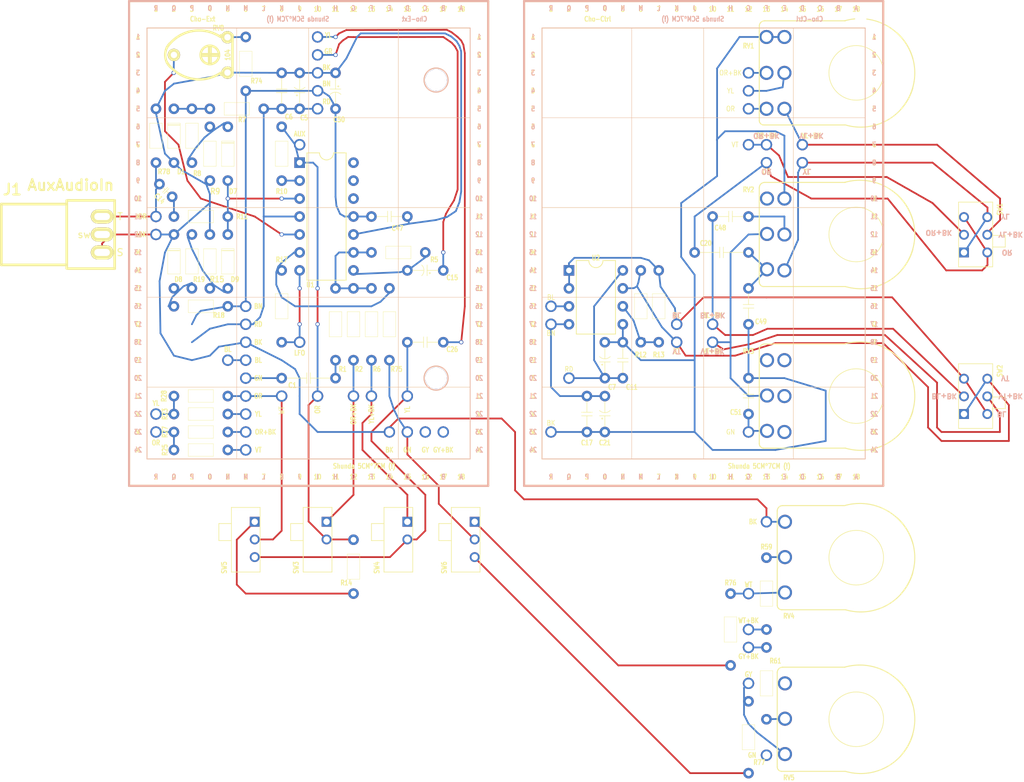
<source format=kicad_pcb>
(kicad_pcb (version 20221018) (generator pcbnew)
  (layers (0 "F.Cu" signal) (31 "B.Cu" signal) (34 "B.Paste" user) (35 "F.Paste" user) (36 "B.SilkS" user "B.Silkscreen") (37 "F.SilkS" user "F.Silkscreen") (38 "B.Mask" user) (39 "F.Mask" user) (44 "Edge.Cuts" user))
  (net 0 "")
  (net 1 "Net-(C1-Pad2)")
  (net 2 "Net-(C14-Pad2)")
  (net 3 "Net-(D1-Pad1)")
  (net 4 "Net-(D7-Pad2)")
  (net 5 "Net-(D7-Pad1)")
  (net 6 "Net-(D8-Pad2)")
  (net 7 "Net-(D9-Pad2)")
  (net 8 "Net-(R1-Pad1)")
  (net 9 "Net-(R10-Pad1)")
  (net 10 "Net-(R17-Pad2)")
  (net 11 "Net-(R59-Pad1)")
  (net 12 "Net-(R61-Pad1)")
  (net 13 "Net-(R76-Pad2)")
  (net 14 "Net-(R77-Pad1)")
  (net 15 "Net-(RV5-Pad1)")
  (net 16 "Net-(C14-Pad1)")
  (net 17 "Net-(C1-Pad1)")
  (net 18 "Net-(R59-Pad2)")
  (net 19 "Net-(R61-Pad2)")
  (net 20 "Net-(R76-Pad1)")
  (net 21 "Net-(R77-Pad2)")
  (net 22 "Net-(C20-Pad1)")
  (net 23 "Net-(C48-Pad2)")
  (net 24 "Net-(R12-Pad2)")
  (net 25 "Net-(RV3-Pad1)")
  (net 26 "Net-(RV2-Pad1)")
  (net 27 "/LPWet")
  (net 28 "/PreLP")
  (net 29 "/WetInv")
  (net 30 "/HPWet")
  (net 31 "/PreHP")
  (net 32 "Net-(C11-Pad1)")
  (net 33 "Net-(C11-Pad2)")
  (net 34 "Net-(C17-Pad1)")
  (net 35 "Net-(C51-Pad1)")
  (net 36 "Net-(C5-Pad1)")
  (net 37 "Net-(C15-Pad1)")
  (net 38 "Net-(C26-Pad1)")
  (net 39 "Net-(C26-Pad2)")
  (net 40 "Net-(C47-Pad1)")
  (net 41 "Net-(C47-Pad2)")
  (net 42 "Net-(J1-Pad2)")
  (net 43 "Net-(R23-Pad1)")
  (net 44 "Net-(R25-Pad1)")
  (net 45 "Net-(RV4-Pad1)")
  (net 46 "Net-(SW5-Pad2)")
  (net 47 "/1.6LFO")
  (net 48 "/Aux")
  (net 49 "/LFO")
  (net 50 "Net-(JLFO.1-Pad1)")
  (net 51 "/Dry")
  (net 52 "/DryRet")
  (net 53 "/-A")
  (net 54 "/+A")
  (net 55 "/GND")
  (net 56 "/Wet")
  (net 57 "/R")
  (net 58 "/L")
  (net 59 "Net-(R74-Pad1)")
  (net 60 "Net-(RV8-Pad2)")
  (net 61 "Net-(C15-Pad2)")
  (net 62 "Net-(R14-Pad1)")
  (net 63 "Net-(U1-Pad12)")
  (net 64 "Net-(U1-Pad13)")
  (net 65 "Net-(U1-Pad14)")
  (net 66 "Net-(RV1-Pad2)")
  (net 67 "Net-(RV1-Pad5)")
  (net 68 "Net-(RV1-Pad6)")
  (net 69 "Net-(U2-Pad3)")
  (net 70 "/2.1-A")
  (net 71 "/2.2+A")
  (net 72 "/2.3GND")
  (net 73 "Net-(J2.7-Pad1)")
  (net 74 "Net-(J2.8-Pad1)")
  (net 75 "Net-(J2.9-Pad1)")
  (net 76 "/2.4Wet")
  (net 77 "Net-(J2.4-Pad1)")
  (net 78 "/2.5FB")
  (net 79 "/2.6Dry")
  (net 80 "/2.7WetL")
  (net 81 "/2.8DryR")
  (net 82 "/2.9WetR")
  (net 83 "Net-(J1.11-Pad2)")
  (net 84 "Net-(J1.11-Pad1)")
  (net 85 "Net-(J1.12-Pad2)")
  (net 86 "Net-(J1.13-Pad2)")
  (net 87 "Net-(J1.13-Pad1)")
  (net 88 "Net-(J1.15-Pad2)")
  (net 89 "Net-(J1.15-Pad1)")
  (net 90 "Net-(J1.16-Pad2)")
  (net 91 "Net-(J1.16-Pad1)")
  (net 92 "Net-(J1.17-Pad2)")
  (net 93 "Net-(J1.17-Pad1)")
  (net 94 "Net-(J1.8-Pad2)")
  (net 95 "Net-(W2.1-Pad2)")
  (net 96 "Net-(W2.2-Pad2)")
  (net 97 "Net-(W2.3-Pad2)")
  (net 98 "Net-(W2.4-Pad2)")
  (net 99 "Net-(W2.5-Pad2)")
  (net 100 "Net-(W2.6-Pad2)")
  (net 101 "Net-(W2.7-Pad2)")
  (net 102 "Net-(W2.8-Pad2)")
  (net 103 "Net-(W2.9-Pad2)")
  (net 104 "Net-(R13-Pad1)")
  (net 105 "Net-(RV1-Pad3)")
  (net 106 "Net-(SW1-Pad1)")
  (net 107 "Net-(SW1-Pad2)")
  (net 108 "Net-(SW1-Pad3)")
  (net 109 "Net-(SW1-Pad5)")
  (net 110 "Net-(SW2-Pad1)")
  (net 111 "Net-(SW2-Pad2)")
  (net 112 "Net-(SW2-Pad3)")
  (net 113 "Net-(SW2-Pad5)")
  (net 114 "Net-(W.Pan.O1-Pad1)")
  (net 115 "Net-(J1.14-Pad2)")
  (net 116 "Net-(J1-Pad1)")
  (net 117 "/SquRet")
  (net 118 "/Squ")
  (net 119 "/Tri")
  (net 120 "/TriRet")
  (footprint "MyKi_TH_Capacitors:300Mil_TH_C" (layer "F.Cu") (at 106.68 71.12)
    (fp_text reference "C1")
    (fp_text value "0.1µ")
  )
  (footprint "MyKi_TH_Capacitors:200Mil_TH_C" (layer "F.Cu") (at 106.68 27.94 -90)
    (fp_text reference "C6")
    (fp_text value "0.1µ")
  )
  (footprint "MyKi_TH_Capacitors:200Mil_TH_CP" (layer "F.Cu") (at 129.54 55.88 180)
    (fp_text reference "C15")
    (fp_text value "10µ")
  )
  (footprint "MyKi_TH_Capacitors:200Mil_TH_C" (layer "F.Cu") (at 119.38 48.26)
    (fp_text reference "C47")
    (fp_text value "0.1µ")
  )
  (footprint "MyKi_TH_Diodes:300Mil_TH_Diode" (layer "F.Cu") (at 99.06 35.56 -90)
    (fp_text reference "D7")
    (fp_text value "1N4148")
  )
  (footprint "MyKi_TH_Diodes:300Mil_TH_Diode" (layer "F.Cu") (at 99.06 50.8 -90)
    (fp_text reference "D9")
    (fp_text value "1N4148")
  )
  (footprint "MyKi_TH_Resistors:300Mil_TH_Resistor" (layer "F.Cu") (at 119.38 53.34)
    (fp_text reference "R5")
    (fp_text value "22K")
  )
  (footprint "MyKi_TH_Resistors:300Mil_TH_Resistor" (layer "F.Cu") (at 93.98 33.02 -90)
    (fp_text reference "R8")
    (fp_text value "470")
  )
  (footprint "MyKi_TH_Resistors:300Mil_TH_Resistor" (layer "F.Cu") (at 96.52 43.18 90)
    (fp_text reference "R9")
    (fp_text value "470")
  )
  (footprint "MyKi_TH_Resistors:300Mil_TH_Resistor" (layer "F.Cu") (at 106.68 43.18 90)
    (fp_text reference "R10")
    (fp_text value "5.1K")
  )
  (footprint "MyKi_TH_Resistors:300Mil_TH_Resistor" (layer "F.Cu") (at 91.44 48.26)
    (fp_text reference "R11")
    (fp_text value "5.1K")
  )
  (footprint "MyKi_TH_Resistors:300Mil_TH_Resistor" (layer "F.Cu") (at 96.52 58.42 90)
    (fp_text reference "R15")
    (fp_text value "470")
  )
  (footprint "MyKi_TH_Resistors:400Mil_TH_Resistor" (layer "F.Cu") (at 106.68 66.04 90)
    (fp_text reference "R17")
    (fp_text value "1.5M")
  )
  (footprint "MyKi_TH_Resistors:300Mil_TH_Resistor" (layer "F.Cu") (at 91.44 60.96)
    (fp_text reference "R18")
    (fp_text value "1K")
  )
  (footprint "MyKi_TH_Resistors:300Mil_TH_Resistor" (layer "F.Cu") (at 93.98 58.42 90)
    (fp_text reference "R19")
    (fp_text value "470")
  )
  (footprint "MyKi_TH_Resistors:300Mil_TH_Resistor" (layer "F.Cu") (at 101.6 22.86 -90)
    (fp_text reference "R74")
    (fp_text value "1M")
  )
  (footprint "MyKi_TH_Capacitors:200Mil_TH_C" (layer "F.Cu") (at 154.94 71.12 90)
    (fp_text reference "C11")
    (fp_text value "0.1µ")
  )
  (footprint "MyKi_TH_Capacitors:200Mil_TH_C" (layer "F.Cu") (at 149.86 73.66 -90)
    (fp_text reference "C17")
    (fp_text value "0.1µ")
  )
  (footprint "MyKi_TH_Capacitors:200Mil_TH_CP_no3D" (layer "F.Cu") (at 152.4 78.74 90)
    (fp_text reference "C21")
    (fp_text value "1µ")
  )
  (footprint "MyKi_TH_Capacitors:200Mil_TH_C" (layer "F.Cu") (at 167.64 48.26)
    (fp_text reference "C48")
    (fp_text value "0.1µ")
  )
  (footprint "MyKi_TH_Capacitors:200Mil_TH_C" (layer "F.Cu") (at 172.72 58.42 -90)
    (fp_text reference "C49")
    (fp_text value "0.1µ")
  )
  (footprint "MyKi_TH_Capacitors:200Mil_TH_C" (layer "F.Cu") (at 172.72 76.2 90)
    (fp_text reference "C51")
    (fp_text value "0.1µ")
  )
  (footprint "MyKi_TH_Resistors:400Mil_TH_Resistor" (layer "F.Cu") (at 157.48 55.88 -90)
    (fp_text reference "R12")
    (fp_text value "47K")
  )
  (footprint "MyKi_TH_Resistors:400Mil_TH_Resistor" (layer "F.Cu") (at 160.02 55.88 -90)
    (fp_text reference "R13")
    (fp_text value "47K")
  )
  (footprint "MyKi_TH_IC:300Mil_DIP8" (layer "F.Cu") (at 147.32 55.88)
    (fp_text reference "U2")
    (fp_text value "NJM4556")
  )
  (footprint "MyKi_TH_Capacitors:200Mil_TH_CP_no3D" (layer "F.Cu") (at 152.4 71.12 90)
    (fp_text reference "C7")
    (fp_text value "1µ")
  )
  (footprint "MyKi_TH_Panel_Controls:400x500Mil_TH_Pot_reinfoced_FaceUp" (layer "F.Cu") (at 180.34 73.66)
    (fp_text reference "RV3")
    (fp_text value "B10K")
  )
  (footprint "MyKi_TH_Resistors:300Mil_TH_Resistor" (layer "F.Cu") (at 116.84 101.6 90)
    (fp_text reference "R14")
    (fp_text value "15K")
  )
  (footprint "MyKi_TH_Capacitors:200Mil_TH_CP" (layer "F.Cu") (at 114.3 27.94 -90)
    (fp_text reference "C50")
    (fp_text value "1µ")
  )
  (footprint "MyKi_TH_Capacitors:300Mil_TH_C_no3D" (layer "F.Cu") (at 172.72 53.34 180)
    (fp_text reference "C20")
    (fp_text value "1µ")
  )
  (footprint "MyKi_TH_Board_Features:perfboard_24x18_Shunda_misprint" (layer "F.Cu") (at 111.76 53.34)
    (fp_text reference "PCB1")
    (fp_text value "Shunda 5CM*7CM (!)")
  )
  (footprint "MyKi_TH_Panel_Controls:400x100Mil_TH_Pot_Dual_FaceUp_FlipGangs" (layer "F.Cu") (at 180.34 27.94)
    (fp_text reference "RV1")
    (fp_text value "DUAL_B250K")
  )
  (footprint "MyKi_TH_Panel_Controls:400x100Mil_TH_Pot_Dual_FaceUp" (layer "F.Cu") (at 180.34 50.8)
    (fp_text reference "RV2")
    (fp_text value "DUAL_B100K")
  )
  (footprint "MyKi_TH_Panel_Controls:TS_Jack_Switched_Generic" (layer "F.Cu") (at 76.2 50.8 -90)
    (fp_text reference "J1")
    (fp_text value "AuxAudioIn")
  )
  (footprint "MyKi_TH_IC:300Mil_DIP14" (layer "F.Cu") (at 109.22 40.64)
    (fp_text reference "U1")
    (fp_text value "TL084")
  )
  (footprint "MyKi_TH_Board_Features:perfboard_24x18_Shunda_misprint" (layer "F.Cu") (at 167.64 53.34)
    (fp_text reference "REF**")
    (fp_text value "Shunda 5CM*7CM (!)")
  )
  (footprint "MyKi_TH_Panel_Controls:TH_DPDT_Angled" (layer "F.Cu") (at 203.2 53.34 90)
    (fp_text reference "SW1")
    (fp_text value "ChoFilterPan")
  )
  (footprint "MyKi_TH_Panel_Controls:TH_DPDT_Angled" (layer "F.Cu") (at 203.2 76.2 90)
    (fp_text reference "SW2")
    (fp_text value "ChoFbInv")
  )
  (footprint "MyKi_TH_Resistors:400Mil_TH_Resistor" (layer "F.Cu") (at 121.92 68.58 90)
    (fp_text reference "R75")
    (fp_text value "1M")
  )
  (footprint "MyKi_TH_Resistors:300Mil_TH_Resistor" (layer "F.Cu") (at 96.52 33.02)
    (fp_text reference "R7")
    (fp_text value "1K")
  )
  (footprint "MyKi_TH_Panel_Controls:TH_SPDT_Angled" (layer "F.Cu") (at 133.985 91.44 -90)
    (fp_text reference "SW6")
    (fp_text value "LFO2 Sel")
  )
  (footprint "MyKi_TH_Panel_Controls:400Mil_TH_Pot_FaceUp" (layer "F.Cu") (at 180.34 96.52)
    (fp_text reference "RV4")
    (fp_text value "B100K")
  )
  (footprint "MyKi_TH_Panel_Controls:400Mil_TH_Pot_FaceUp" (layer "F.Cu") (at 180.34 119.38)
    (fp_text reference "RV5")
    (fp_text value "B1M")
  )
  (footprint "MyKi_TH_Panel_Controls:trimmer_extended_wiper" (layer "F.Cu") (at 96.52 25.4 -90)
    (fp_text reference "RV8")
    (fp_text value "104")
  )
  (footprint "MyKi_TH_Diodes:300Mil_TH_Diode" (layer "F.Cu") (at 91.44 33.02 -90)
    (fp_text reference "D1")
    (fp_text value "2v2")
  )
  (footprint "MyKi_TH_Diodes:300Mil_TH_Diode" (layer "F.Cu") (at 91.44 50.8 -90)
    (fp_text reference "D8")
    (fp_text value "2v2")
  )
  (footprint "MyKi_TH_Capacitors:200Mil_TH_CP" (layer "F.Cu") (at 109.22 33.02 90)
    (fp_text reference "C5")
    (fp_text value "1µ")
  )
  (footprint "MyKi_TH_Resistors:400Mil_TH_Resistor" (layer "F.Cu") (at 114.3 58.42 -90)
    (fp_text reference "R1")
    (fp_text value "22K")
  )
  (footprint "MyKi_TH_Resistors:400Mil_TH_Resistor" (layer "F.Cu") (at 116.84 58.42 -90)
    (fp_text reference "R2")
    (fp_text value "33K")
  )
  (footprint "MyKi_TH_Resistors:400Mil_TH_Resistor" (layer "F.Cu") (at 119.38 58.42 -90)
    (fp_text reference "R6")
    (fp_text value "22K")
  )
  (footprint "MyKi_TH_Resistors:300Mil_TH_Resistor" (layer "F.Cu") (at 91.44 76.2)
    (fp_text reference "R23")
    (fp_text value "18K")
  )
  (footprint "MyKi_TH_Resistors:300Mil_TH_Resistor" (layer "F.Cu") (at 91.44 81.28)
    (fp_text reference "R25")
    (fp_text value "18K")
  )
  (footprint "MyKi_TH_Resistors:300Mil_TH_Resistor" (layer "F.Cu") (at 91.44 78.74)
    (fp_text reference "R27")
    (fp_text value "33K")
  )
  (footprint "MyKi_TH_Resistors:300Mil_TH_Resistor" (layer "F.Cu") (at 91.44 73.66)
    (fp_text reference "R28")
    (fp_text value "33K")
  )
  (footprint "MyKi_TH_Connectors:Conn_Female_Dupont-1_Val" (layer "F.Cu") (at 106.68 73.66)
    (fp_text reference "J1.11" hide)
    (fp_text value "WT")
  )
  (footprint "MyKi_TH_Connectors:TH_Wire_Val" (layer "F.Cu") (at 144.78 63.5)
    (fp_text reference "W2.1" hide)
    (fp_text value "BN")
  )
  (footprint "MyKi_TH_Connectors:TH_Wire_Val" (layer "F.Cu") (at 147.32 71.12)
    (fp_text reference "W2.2" hide)
    (fp_text value "RD")
  )
  (footprint "MyKi_TH_Connectors:TH_Wire_Val" (layer "F.Cu") (at 144.78 78.74)
    (fp_text reference "W2.3" hide)
    (fp_text value "BK")
  )
  (footprint "MyKi_TH_Connectors:TH_Wire_Val" (layer "F.Cu") (at 144.78 60.96)
    (fp_text reference "W2.4" hide)
    (fp_text value "BL")
  )
  (footprint "MyKi_TH_Connectors:TH_Wire_Val" (layer "F.Cu") (at 172.72 78.74)
    (fp_text reference "W2.5" hide)
    (fp_text value "GN")
  )
  (footprint "MyKi_TH_Connectors:TH_Wire_Val" (layer "F.Cu") (at 172.72 33.02)
    (fp_text reference "W2.6" hide)
    (fp_text value "OR")
  )
  (footprint "MyKi_TH_Connectors:TH_Wire_Val" (layer "F.Cu") (at 172.72 30.48)
    (fp_text reference "W2.7" hide)
    (fp_text value "YL")
  )
  (footprint "MyKi_TH_Connectors:TH_Wire_Val" (layer "F.Cu") (at 172.72 27.94)
    (fp_text reference "W2.8" hide)
    (fp_text value "OR+BK")
  )
  (footprint "MyKi_TH_Connectors:TH_Wire_Val" (layer "F.Cu") (at 172.72 38.1)
    (fp_text reference "W2.9" hide)
    (fp_text value "VT")
  )
  (footprint "MyKi_TH_Connectors:TH_Wire" (layer "F.Cu") (at 162.56 66.04)
    (fp_text reference "W.Inv.I1" hide)
    (fp_text value "VT")
  )
  (footprint "MyKi_TH_Connectors:TH_Wire" (layer "F.Cu") (at 162.56 63.5)
    (fp_text reference "W.Inv.I2" hide)
    (fp_text value "BL")
  )
  (footprint "MyKi_TH_Connectors:TH_Wire" (layer "F.Cu") (at 167.64 63.5)
    (fp_text reference "W.Inv.O1" hide)
    (fp_text value "BL+BK")
  )
  (footprint "MyKi_TH_Connectors:TH_Wire" (layer "F.Cu") (at 167.64 66.04)
    (fp_text reference "W.Inv.O2" hide)
    (fp_text value "VT+BK")
  )
  (footprint "MyKi_TH_Connectors:TH_Wire" (layer "F.Cu") (at 180.34 40.64)
    (fp_text reference "W.Pan.I1" hide)
    (fp_text value "YL")
  )
  (footprint "MyKi_TH_Connectors:TH_Wire" (layer "F.Cu") (at 175.26 40.64)
    (fp_text reference "W.Pan.I2" hide)
    (fp_text value "OR")
  )
  (footprint "MyKi_TH_Connectors:TH_Wire" (layer "F.Cu") (at 175.26 38.1)
    (fp_text reference "W.Pan.O1" hide)
    (fp_text value "OR+BK")
  )
  (footprint "MyKi_TH_Connectors:TH_Wire" (layer "F.Cu") (at 180.34 38.1)
    (fp_text reference "W.Pan.O2" hide)
    (fp_text value "YL+BK")
  )
  (footprint "MyKi_TH_Connectors:Conn_Female_Dupont-1" (layer "F.Cu") (at 124.46 73.66)
    (fp_text reference "J1.14" hide)
    (fp_text value "YL")
  )
  (footprint "MyKi_TH_Resistors:300Mil_TH_Resistor" (layer "F.Cu") (at 88.9 40.64 90)
    (fp_text reference "R78")
    (fp_text value "470K")
  )
  (footprint "MyKi_TH_Connectors:Conn_Female_Dupont-1" (layer "F.Cu") (at 129.54 78.74)
    (fp_text reference "W1.1" hide)
    (fp_text value "GY+BK")
  )
  (footprint "MyKi_TH_Connectors:Conn_Female_Dupont-1" (layer "F.Cu") (at 127 78.74)
    (fp_text reference "W1.2" hide)
    (fp_text value "GY")
  )
  (footprint "MyKi_TH_Capacitors:100Mil_TH_C" (layer "F.Cu") (at 91.186 45.466 135)
    (fp_text reference "C14")
    (fp_text value "2.2µ")
  )
  (footprint "MyKi_TH_Capacitors:200Mil_TH_C" (layer "F.Cu") (at 124.46 66.04)
    (fp_text reference "C26")
    (fp_text value "2.2µ")
  )
  (footprint "MyKi_TH_Panel_Controls:TH_SPST_Angled" (layer "F.Cu") (at 113.03 91.44 -90)
    (fp_text reference "SW3")
    (fp_text value "AuxToChorus")
  )
  (footprint "MyKi_TH_Panel_Controls:TH_SPST_Angled" (layer "F.Cu") (at 124.46 91.44 -90)
    (fp_text reference "SW4")
    (fp_text value "KorgToChorus")
  )
  (footprint "MyKi_TH_Panel_Controls:TH_SPDT_Angled" (layer "F.Cu") (at 102.87 91.44 -90)
    (fp_text reference "SW5")
    (fp_text value "DrySource")
  )
  (footprint "MyKi_TH_Connectors:Conn_Female_Dupont-1_Val" (layer "F.Cu") (at 111.76 73.66)
    (fp_text reference "J1.13" hide)
    (fp_text value "OR")
  )
  (footprint "MyKi_TH_Connectors:Conn_Female_Dupont-1_Val" (layer "F.Cu") (at 116.84 73.66 180)
    (fp_text reference "J1.15" hide)
    (fp_text value "OR+BK")
  )
  (footprint "MyKi_TH_Connectors:Conn_Female_Dupont-1_Val" (layer "F.Cu") (at 119.38 73.66 180)
    (fp_text reference "J1.16" hide)
    (fp_text value "YL+BK")
  )
  (footprint "MyKi_TH_Connectors:Conn_Female_Dupont-1_Val" (layer "F.Cu") (at 121.92 78.74)
    (fp_text reference "J1.12" hide)
    (fp_text value "BK")
  )
  (footprint "MyKi_TH_Connectors:Conn_Female_Dupont-1_Val" (layer "F.Cu") (at 124.46 78.74)
    (fp_text reference "J1.17" hide)
    (fp_text value "GN")
  )
  (footprint "MyKi_TH_Connectors:Conn_Female_Dupont-1_Val" (layer "F.Cu") (at 101.6 73.66)
    (fp_text reference "J2.6" hide)
    (fp_text value "OR")
  )
  (footprint "MyKi_TH_Connectors:Conn_Female_Dupont-1_Val" (layer "F.Cu") (at 101.6 76.2)
    (fp_text reference "J2.7" hide)
    (fp_text value "YL")
  )
  (footprint "MyKi_TH_Connectors:Conn_Female_Dupont-1_Val" (layer "F.Cu") (at 101.6 78.74)
    (fp_text reference "J2.8" hide)
    (fp_text value "OR+BK")
  )
  (footprint "MyKi_TH_Connectors:Conn_Female_Dupont-1_Val" (layer "F.Cu") (at 101.6 81.28)
    (fp_text reference "J2.9" hide)
    (fp_text value "VT")
  )
  (footprint "MyKi_TH_Connectors:Conn_Female_Dupont-1_Val" (layer "F.Cu") (at 101.6 68.58)
    (fp_text reference "J2.4" hide)
    (fp_text value "BL")
  )
  (footprint "MyKi_TH_Connectors:Conn_Female_Dupont-1_Val" (layer "F.Cu") (at 101.6 63.5)
    (fp_text reference "J2.2" hide)
    (fp_text value "RD")
  )
  (footprint "MyKi_TH_Connectors:Conn_Female_Dupont-1_Val" (layer "F.Cu") (at 101.6 66.04)
    (fp_text reference "J2.3" hide)
    (fp_text value "BK")
  )
  (footprint "MyKi_TH_Connectors:Conn_Female_Dupont-1_Val" (layer "F.Cu") (at 101.6 60.96)
    (fp_text reference "J2.1" hide)
    (fp_text value "BN")
  )
  (footprint "MyKi_TH_Connectors:Conn_Female_Dupont-1_Val" (layer "F.Cu") (at 101.6 71.12 180)
    (fp_text reference "J2.5" hide)
    (fp_text value "GN")
  )
  (footprint "MyKi_TH_Connectors:Conn_Female_Dupont-1_Val" (layer "F.Cu") (at 88.9 50.8)
    (fp_text reference "JAUX.1" hide)
    (fp_text value "BK")
  )
  (footprint "MyKi_TH_Connectors:Conn_Female_Dupont-1_Val" (layer "F.Cu") (at 88.9 48.26)
    (fp_text reference "JAUX.2" hide)
    (fp_text value "OR")
  )
  (footprint "MyKi_TH_Connectors:Conn_Female_Dupont-1_Val" (layer "F.Cu") (at 109.22 38.1)
    (fp_text reference "JAUX.3" hide)
    (fp_text value "AUX")
  )
  (footprint "MyKi_TH_Connectors:Conn_Female_Dupont-1_Val" (layer "F.Cu") (at 109.22 66.04)
    (fp_text reference "JLFO.1" hide)
    (fp_text value "LFO")
  )
  (footprint "MyKi_TH_Connectors:TH_Wire_Val" (layer "F.Cu") (at 111.76 22.86)
    (fp_text reference "W1" hide)
    (fp_text value "YL")
  )
  (footprint "MyKi_TH_Connectors:Conn_Female_Dupont-1_Val" (layer "F.Cu") (at 175.26 91.44)
    (fp_text reference "W1.5" hide)
    (fp_text value "BK")
  )
  (footprint "MyKi_TH_Connectors:Conn_Female_Dupont-1_Val" (layer "F.Cu") (at 175.26 124.46 180)
    (fp_text reference "W1.6" hide)
    (fp_text value "GN")
  )
  (footprint "MyKi_TH_Connectors:Conn_Female_Dupont-1_Val" (layer "F.Cu") (at 172.72 114.3)
    (fp_text reference "W1.7" hide)
    (fp_text value "GY")
  )
  (footprint "MyKi_TH_Connectors:Conn_Female_Dupont-1_Val" (layer "F.Cu") (at 172.72 109.22)
    (fp_text reference "W1.8" hide)
    (fp_text value "GY+BK")
  )
  (footprint "MyKi_TH_Connectors:Conn_Female_Dupont-1_Val" (layer "F.Cu") (at 172.72 101.6)
    (fp_text reference "W1.9" hide)
    (fp_text value "WT")
  )
  (footprint "MyKi_TH_Connectors:Conn_Female_Dupont-1_Val" (layer "F.Cu") (at 172.72 106.68)
    (fp_text reference "W1.10" hide)
    (fp_text value "WT+BK")
  )
  (footprint "MyKi_TH_Connectors:TH_Wire_Val" (layer "F.Cu") (at 111.76 25.4)
    (fp_text reference "W2" hide)
    (fp_text value "GR")
  )
  (footprint "MyKi_TH_Connectors:TH_Wire_Val" (layer "F.Cu") (at 111.76 30.48)
    (fp_text reference "W4" hide)
    (fp_text value "BN")
  )
  (footprint "MyKi_TH_Connectors:TH_Wire_Val" (layer "F.Cu") (at 111.76 33.02)
    (fp_text reference "W5" hide)
    (fp_text value "RD")
  )
  (footprint "MyKi_TH_Connectors:TH_Wire_Val" (layer "F.Cu") (at 111.76 27.94)
    (fp_text reference "W3" hide)
    (fp_text value "BK")
  )
  (footprint "MyKi_TH_Connectors:TH_Wire_Val" (layer "F.Cu") (at 99.06 68.58)
    (fp_text reference "W6" hide)
    (fp_text value "BL")
  )
  (footprint "MyKi_TH_Connectors:TH_Wire_Val" (layer "F.Cu") (at 88.9 78.74)
    (fp_text reference "W7" hide)
    (fp_text value "OR")
  )
  (footprint "MyKi_TH_Connectors:TH_Wire_Val" (layer "F.Cu") (at 88.9 76.2)
    (fp_text reference "W8" hide)
    (fp_text value "YL")
  )
  (footprint "MyKi_TH_Resistors:400Mil_TH_Resistor" (layer "F.Cu") (at 175.26 96.52 -90)
    (fp_text reference "R59")
    (fp_text value "10K")
  )
  (footprint "MyKi_TH_Resistors:400Mil_TH_Resistor" (layer "F.Cu") (at 175.26 119.38 90)
    (fp_text reference "R61")
    (fp_text value "4.7K")
  )
  (footprint "MyKi_TH_Resistors:400Mil_TH_Resistor" (layer "F.Cu") (at 170.18 101.6 -90)
    (fp_text reference "R76")
    (fp_text value "220K")
  )
  (footprint "MyKi_TH_Resistors:400Mil_TH_Resistor" (layer "F.Cu") (at 172.72 127 90)
    (fp_text reference "R77")
    (fp_text value "1.5M")
  )
  (footprint "MyKi_TH_Board_Features:3mm_DrillHole" (layer "F.Cu") (at 128.524 71.12)
    (fp_text reference "Drill2" hide)
    (fp_text value "3mm_DrillHole" hide)
  )
  (footprint "MyKi_TH_Board_Features:3mm_DrillHole" (layer "F.Cu") (at 128.524 28.956)
    (fp_text reference "Drill1" hide)
    (fp_text value "3mm_DrillHole" hide)
  )
  (gr_text "YL+BK" (at 209.804 50.8 180) (layer "B.SilkS") (effects (font (size 0.7 0.7) (thickness 0.175)) (justify mirror)))
  (gr_text "OR+BK" (at 199.644 50.546 180) (layer "B.SilkS") (effects (font (size 0.7 0.7) (thickness 0.175)) (justify mirror)))
  (gr_text "OR" (at 209.296 53.34 180) (layer "B.SilkS") (effects (font (size 0.7 0.7) (thickness 0.175)) (justify mirror)))
  (gr_text "VT" (at 209.042 71.12 180) (layer "B.SilkS") (effects (font (size 0.7 0.7) (thickness 0.175)) (justify mirror)))
  (gr_text "VT+BK" (at 209.804 73.66 180) (layer "B.SilkS") (effects (font (size 0.7 0.7) (thickness 0.175)) (justify mirror)))
  (gr_text "BL+BK" (at 200.406 73.66 180) (layer "B.SilkS") (effects (font (size 0.7 0.7) (thickness 0.175)) (justify mirror)))
  (gr_text "BL" (at 208.534 76.2 180) (layer "B.SilkS") (effects (font (size 0.7 0.7) (thickness 0.175)) (justify mirror)))
  (gr_text "OR" (at 175.26 41.91 180) (layer "B.SilkS") (effects (font (size 0.7 0.7) (thickness 0.175)) (justify mirror)))
  (gr_text "YL+BK" (at 181.61 36.83 180) (layer "B.SilkS") (effects (font (size 0.7 0.7) (thickness 0.175)) (justify mirror)))
  (gr_text "YL" (at 180.975 41.91 180) (layer "B.SilkS") (effects (font (size 0.7 0.7) (thickness 0.175)) (justify mirror)))
  (gr_text "VT+BK" (at 167.64 67.31 180) (layer "B.SilkS") (effects (font (size 0.7 0.7) (thickness 0.175)) (justify mirror)))
  (gr_text "BL+BK" (at 167.64 62.23 180) (layer "B.SilkS") (effects (font (size 0.7 0.7) (thickness 0.175)) (justify mirror)))
  (gr_text "VT" (at 162.56 67.31 180) (layer "B.SilkS") (effects (font (size 0.7 0.7) (thickness 0.175)) (justify mirror)))
  (gr_text "OR+BK" (at 175.26 36.83 180) (layer "B.SilkS") (effects (font (size 0.7 0.7) (thickness 0.175)) (justify mirror)))
  (gr_text "YL" (at 209.042 48.26 180) (layer "B.SilkS") (effects (font (size 0.7 0.7) (thickness 0.175)) (justify mirror)))
  (gr_text "BL" (at 162.56 62.23 180) (layer "B.SilkS") (effects (font (size 0.7 0.7) (thickness 0.175)) (justify mirror)))
  (segment (start 114.3 68.58) (end 114.3 71.12) (width 0.25) (layer "B.Cu") (net 1))
  (segment (start 88.9 48.26) (end 88.9 44.45) (width 0.25) (layer "B.Cu") (net 2))
  (segment (start 88.9 44.45) (end 89.389949 43.669949) (width 0.25) (layer "B.Cu") (net 2))
  (segment (start 88.9 40.64) (end 88.9 43.18) (width 0.25) (layer "B.Cu") (net 2))
  (segment (start 88.9 43.18) (end 89.389949 43.669949) (width 0.25) (layer "B.Cu") (net 2))
  (segment (start 91.44 33.02) (end 93.98 33.02) (width 0.25) (layer "B.Cu") (net 3))
  (segment (start 93.98 33.02) (end 96.52 33.02) (width 0.25) (layer "B.Cu") (net 3))
  (segment (start 99.06 45.72) (end 106.68 45.72) (width 0.25) (layer "F.Cu") (net 4))
  (via (at 99.06 45.72) (size 0.6) (drill 0.4) (layers "F.Cu" "B.Cu") (net 4))
  (via (at 106.68 45.72) (size 0.6) (drill 0.4) (layers "F.Cu" "B.Cu") (net 4))
  (segment (start 99.06 48.26) (end 99.06 50.8) (width 0.25) (layer "B.Cu") (net 4))
  (segment (start 99.06 43.18) (end 99.06 45.72) (width 0.25) (layer "B.Cu") (net 4))
  (segment (start 106.68 45.72) (end 109.22 45.72) (width 0.25) (layer "B.Cu") (net 4))
  (segment (start 99.06 45.72) (end 99.06 48.26) (width 0.25) (layer "B.Cu") (net 4))
  (segment (start 93.98 40.64) (end 93.472 40.132) (width 0.25) (layer "B.Cu") (net 5))
  (segment (start 93.472 40.132) (end 94.488 38.608) (width 0.25) (layer "B.Cu") (net 5))
  (segment (start 97.028 36.068) (end 98.552 35.052) (width 0.25) (layer "B.Cu") (net 5))
  (segment (start 98.552 35.052) (end 99.06 35.56) (width 0.25) (layer "B.Cu") (net 5))
  (segment (start 96.52 35.56) (end 97.028 36.068) (width 0.25) (layer "B.Cu") (net 5))
  (segment (start 94.488 38.608) (end 95.758 37.084) (width 0.25) (layer "B.Cu") (net 5))
  (segment (start 95.758 37.084) (end 97.028 36.068) (width 0.25) (layer "B.Cu") (net 5))
  (segment (start 91.44 60.96) (end 90.678 60.96) (width 0.25) (layer "B.Cu") (net 6))
  (segment (start 90.678 60.96) (end 91.186 59.69) (width 0.25) (layer "B.Cu") (net 6))
  (segment (start 91.948 58.928) (end 92.8116 58.1152) (width 0.25) (layer "B.Cu") (net 6))
  (segment (start 93.98 57.658) (end 93.98 58.42) (width 0.25) (layer "B.Cu") (net 6))
  (segment (start 91.44 58.42) (end 91.948 58.928) (width 0.25) (layer "B.Cu") (net 6))
  (segment (start 92.8116 58.1152) (end 93.98 57.658) (width 0.25) (layer "B.Cu") (net 6))
  (segment (start 91.186 59.69) (end 91.948 58.928) (width 0.25) (layer "B.Cu") (net 6))
  (segment (start 93.98 50.8) (end 93.396928 51.198025) (width 0.25) (layer "B.Cu") (net 7))
  (segment (start 93.396928 51.198025) (end 93.98 52.832) (width 0.25) (layer "B.Cu") (net 7))
  (segment (start 97.025526 57.915477) (end 98.552043 58.928043) (width 0.25) (layer "B.Cu") (net 7))
  (segment (start 98.552043 58.928043) (end 99.06 58.42) (width 0.25) (layer "B.Cu") (net 7))
  (segment (start 97.025526 57.915477) (end 96.52 58.42) (width 0.25) (layer "B.Cu") (net 7))
  (segment (start 93.98 52.832) (end 95.504 55.88) (width 0.25) (layer "B.Cu") (net 7))
  (segment (start 95.504 55.88) (end 97.025526 57.915477) (width 0.25) (layer "B.Cu") (net 7))
  (segment (start 119.38 53.34) (end 116.84 53.34) (width 0.25) (layer "B.Cu") (net 8))
  (segment (start 116.84 53.34) (end 114.8 53.34) (width 0.25) (layer "B.Cu") (net 8))
  (segment (start 114.3 53.84) (end 114.3 57.92) (width 0.25) (layer "B.Cu") (net 8))
  (segment (start 114.8 53.34) (end 114.3 53.84) (width 0.25) (layer "B.Cu") (net 8))
  (segment (start 114.8 58.42) (end 116.84 58.42) (width 0.25) (layer "B.Cu") (net 8))
  (segment (start 114.3 57.92) (end 114.8 58.42) (width 0.25) (layer "B.Cu") (net 8))
  (segment (start 116.84 58.42) (end 119.38 58.42) (width 0.25) (layer "B.Cu") (net 8))
  (segment (start 106.68 43.18) (end 109.22 43.18) (width 0.25) (layer "B.Cu") (net 9))
  (segment (start 109.22 53.34) (end 108.458 53.34) (width 0.25) (layer "B.Cu") (net 10))
  (segment (start 105.918 57.912) (end 106.68 59.69) (width 0.25) (layer "B.Cu") (net 10))
  (segment (start 106.68 59.69) (end 108.585 60.96) (width 0.25) (layer "B.Cu") (net 10))
  (segment (start 108.585 60.96) (end 119.38 60.96) (width 0.25) (layer "B.Cu") (net 10))
  (segment (start 119.38 60.96) (end 120.65 60.325) (width 0.25) (layer "B.Cu") (net 10))
  (segment (start 120.65 60.325) (end 121.92 59.055) (width 0.25) (layer "B.Cu") (net 10))
  (segment (start 121.92 59.055) (end 122.555 58.42) (width 0.25) (layer "B.Cu") (net 10))
  (segment (start 108.458 53.34) (end 106.791842 54.664486) (width 0.25) (layer "B.Cu") (net 10))
  (segment (start 106.791842 54.664486) (end 106.20102 55.341543) (width 0.25) (layer "B.Cu") (net 10))
  (segment (start 105.918 56.134) (end 105.918 57.912) (width 0.25) (layer "B.Cu") (net 10))
  (segment (start 106.20102 55.341543) (end 105.918 56.134) (width 0.25) (layer "B.Cu") (net 10))
  (segment (start 106.68 55.88) (end 106.20102 55.341543) (width 0.25) (layer "B.Cu") (net 10))
  (segment (start 175.33874 96.44126) (end 175.26 96.52) (width 0.25) (layer "B.Cu") (net 11))
  (segment (start 177.87874 96.44126) (end 175.33874 96.44126) (width 0.25) (layer "B.Cu") (net 11))
  (segment (start 177.87874 119.30126) (end 175.26 119.38) (width 0.25) (layer "B.Cu") (net 12))
  (segment (start 154.305 111.76) (end 133.985 91.44) (width 0.25) (layer "F.Cu") (net 13))
  (segment (start 170.18 111.76) (end 154.305 111.76) (width 0.25) (layer "F.Cu") (net 13))
  (segment (start 164.465 127) (end 133.985 96.52) (width 0.25) (layer "F.Cu") (net 14))
  (segment (start 133.985 96.52) (end 133.985 96.44) (width 0.25) (layer "F.Cu") (net 14))
  (segment (start 172.72 127) (end 164.465 127) (width 0.25) (layer "F.Cu") (net 14))
  (segment (start 91.44 48.26) (end 91.44 45.72) (width 0.25) (layer "B.Cu") (net 16))
  (segment (start 91.44 45.72) (end 91.186 45.466) (width 0.25) (layer "B.Cu") (net 16))
  (segment (start 106.68 71.12) (end 101.6 71.12) (width 0.25) (layer "B.Cu") (net 17))
  (segment (start 175.26 106.68) (end 172.72 106.68) (width 0.25) (layer "B.Cu") (net 18))
  (segment (start 175.26 109.22) (end 172.72 109.22) (width 0.25) (layer "B.Cu") (net 19))
  (segment (start 177.87874 101.44252) (end 172.72 101.6) (width 0.25) (layer "B.Cu") (net 20))
  (segment (start 172.72 101.6) (end 170.18 101.6) (width 0.25) (layer "B.Cu") (net 20))
  (segment (start 177.87874 124.30252) (end 173.99 121.285) (width 0.25) (layer "B.Cu") (net 21))
  (segment (start 172.72 120.015) (end 172.085 118.745) (width 0.25) (layer "B.Cu") (net 21))
  (segment (start 172.085 118.745) (end 172.085 116.84) (width 0.25) (layer "B.Cu") (net 21))
  (segment (start 172.085 114.935) (end 172.085 116.84) (width 0.25) (layer "B.Cu") (net 21))
  (segment (start 172.085 114.935) (end 172.72 114.3) (width 0.25) (layer "B.Cu") (net 21))
  (segment (start 173.99 121.285) (end 172.72 120.015) (width 0.25) (layer "B.Cu") (net 21))
  (segment (start 175.20666 55.88) (end 175.36414 55.72252) (width 0.25) (layer "B.Cu") (net 22))
  (segment (start 175.33874 55.72252) (end 172.72 58.42) (width 0.25) (layer "B.Cu") (net 22))
  (segment (start 172.72 53.34) (end 175.33874 55.72252) (width 0.25) (layer "B.Cu") (net 22))
  (segment (start 175.36414 55.72252) (end 175.36414 55.80126) (width 0.25) (layer "B.Cu") (net 22))
  (segment (start 177.8 50.8) (end 177.8 48.26) (width 0.25) (layer "B.Cu") (net 23))
  (segment (start 177.8 48.26) (end 172.72 48.26) (width 0.25) (layer "B.Cu") (net 23))
  (segment (start 157.988 65.532) (end 157.48 66.04) (width 0.25) (layer "B.Cu") (net 24))
  (segment (start 154.94 60.96) (end 156.464 62.992) (width 0.25) (layer "B.Cu") (net 24))
  (segment (start 156.464 62.992) (end 157.48 66.04) (width 0.25) (layer "B.Cu") (net 24))
  (segment (start 157.48 66.04) (end 160.02 66.04) (width 0.25) (layer "B.Cu") (net 24))
  (segment (start 165.1 53.34) (end 165.1 48.26) (width 0.25) (layer "B.Cu") (net 27))
  (segment (start 165.1 48.26) (end 175.26 40.64) (width 0.25) (layer "B.Cu") (net 27))
  (segment (start 175.20666 73.58126) (end 175.36414 73.58126) (width 0.25) (layer "B.Cu") (net 28))
  (segment (start 175.2854 73.66) (end 175.36414 73.58126) (width 0.25) (layer "B.Cu") (net 28))
  (segment (start 175.2854 73.66) (end 175.36414 73.58126) (width 0.25) (layer "B.Cu") (net 28))
  (segment (start 175.33874 50.72126) (end 172.72 50.8) (width 0.25) (layer "B.Cu") (net 28))
  (segment (start 172.72 50.8) (end 170.18 53.34) (width 0.25) (layer "B.Cu") (net 28))
  (segment (start 170.18 53.34) (end 170.18 66.04) (width 0.25) (layer "B.Cu") (net 28))
  (segment (start 170.18 71.12) (end 172.72 73.66) (width 0.25) (layer "B.Cu") (net 28))
  (segment (start 172.72 73.66) (end 175.33874 73.58126) (width 0.25) (layer "B.Cu") (net 28))
  (segment (start 170.18 66.04) (end 170.18 71.12) (width 0.25) (layer "B.Cu") (net 28))
  (segment (start 175.36414 50.72126) (end 175.36414 50.87874) (width 0.25) (layer "B.Cu") (net 28))
  (segment (start 170.18 66.04) (end 167.64 66.04) (width 0.25) (layer "B.Cu") (net 28))
  (segment (start 154.94 58.42) (end 156.4894 58.3946) (width 0.25) (layer "B.Cu") (net 29))
  (segment (start 156.9466 58.1406) (end 156.9546 58.1406) (width 0.25) (layer "B.Cu") (net 29))
  (segment (start 156.9466 58.1406) (end 160.469758 63.901223) (width 0.25) (layer "B.Cu") (net 29))
  (segment (start 160.469758 63.901223) (end 162.56 66.04) (width 0.25) (layer "B.Cu") (net 29))
  (segment (start 156.9466 58.1406) (end 157.1498 57.531) (width 0.25) (layer "B.Cu") (net 29))
  (segment (start 156.4894 58.3946) (end 156.9466 58.1406) (width 0.25) (layer "B.Cu") (net 29))
  (segment (start 157.1498 57.531) (end 157.48 55.88) (width 0.25) (layer "B.Cu") (net 29))
  (segment (start 177.8 55.88) (end 179.7304 51.562) (width 0.25) (layer "B.Cu") (net 30))
  (segment (start 179.7304 51.562) (end 179.7304 42.037) (width 0.25) (layer "B.Cu") (net 30))
  (segment (start 179.7304 42.037) (end 180.3654 40.64) (width 0.25) (layer "B.Cu") (net 30))
  (segment (start 177.8 55.88) (end 177.8 55.88) (width 0.25) (layer "B.Cu") (net 30))
  (segment (start 167.64 48.26) (end 167.64 63.5) (width 0.25) (layer "B.Cu") (net 31))
  (segment (start 154.94 71.12) (end 152.4 71.12) (width 0.25) (layer "B.Cu") (net 32))
  (segment (start 152.4 71.12) (end 147.32 71.12) (width 0.25) (layer "B.Cu") (net 32))
  (segment (start 152.4 71.12) (end 150.876 68.58) (width 0.25) (layer "B.Cu") (net 32))
  (segment (start 150.876 68.58) (end 150.876 60.96) (width 0.25) (layer "B.Cu") (net 32))
  (segment (start 150.876 60.96) (end 154.94 55.88) (width 0.25) (layer "B.Cu") (net 32))
  (segment (start 154.94 55.88) (end 154.432 55.88) (width 0.25) (layer "B.Cu") (net 32))
  (segment (start 172.72 63.5) (end 172.72 71.12) (width 0.25) (layer "B.Cu") (net 33))
  (segment (start 172.72 71.12) (end 177.8 71.12) (width 0.25) (layer "B.Cu") (net 33))
  (segment (start 177.8 71.12) (end 183.642 72.898) (width 0.25) (layer "B.Cu") (net 33))
  (segment (start 183.642 72.898) (end 183.642 80.01) (width 0.25) (layer "B.Cu") (net 33))
  (segment (start 176.53 81.28) (end 167.64 81.28) (width 0.25) (layer "B.Cu") (net 33))
  (segment (start 183.642 80.01) (end 176.53 81.28) (width 0.25) (layer "B.Cu") (net 33))
  (segment (start 167.64 81.28) (end 165.1 78.74) (width 0.25) (layer "B.Cu") (net 33))
  (segment (start 149.86 78.74) (end 144.78 78.74) (width 0.25) (layer "B.Cu") (net 33))
  (segment (start 149.86 78.74) (end 152.4 78.74) (width 0.25) (layer "B.Cu") (net 33))
  (segment (start 154.94 63.5) (end 154.94 66.04) (width 0.25) (layer "B.Cu") (net 33))
  (segment (start 154.94 66.04) (end 152.4 66.04) (width 0.25) (layer "B.Cu") (net 33))
  (segment (start 165.1 68.58) (end 157.48 68.58) (width 0.25) (layer "B.Cu") (net 33))
  (segment (start 165.1 68.58) (end 165.1 56.515) (width 0.25) (layer "B.Cu") (net 33))
  (segment (start 165.1 56.515) (end 163.195 53.975) (width 0.25) (layer "B.Cu") (net 33))
  (segment (start 163.195 53.975) (end 163.195 46.355) (width 0.25) (layer "B.Cu") (net 33))
  (segment (start 169.41 36.195) (end 176.53 36.195) (width 0.25) (layer "B.Cu") (net 33))
  (segment (start 168.275 42.545) (end 168.275 37.465) (width 0.25) (layer "B.Cu") (net 33))
  (segment (start 176.53 36.195) (end 177.8 36.83) (width 0.25) (layer "B.Cu") (net 33))
  (segment (start 177.8 36.83) (end 177.8 45.72) (width 0.25) (layer "B.Cu") (net 33))
  (segment (start 168.275 37.33) (end 169.41 36.195) (width 0.25) (layer "B.Cu") (net 33))
  (segment (start 163.195 46.355) (end 168.275 42.545) (width 0.25) (layer "B.Cu") (net 33))
  (segment (start 168.275 37.465) (end 168.275 37.33) (width 0.25) (layer "B.Cu") (net 33))
  (segment (start 168.275 37.465) (end 168.275 27.305) (width 0.25) (layer "B.Cu") (net 33))
  (segment (start 168.275 27.305) (end 171.45 22.86) (width 0.25) (layer "B.Cu") (net 33))
  (segment (start 171.45 22.86) (end 175.26 22.86) (width 0.25) (layer "B.Cu") (net 33))
  (segment (start 157.48 68.58) (end 154.94 66.04) (width 0.25) (layer "B.Cu") (net 33))
  (segment (start 165.1 78.74) (end 165.1 68.58) (width 0.25) (layer "B.Cu") (net 33))
  (segment (start 165.1 78.74) (end 152.4 78.74) (width 0.25) (layer "B.Cu") (net 33))
  (segment (start 175.36414 22.86) (end 177.8 22.86) (width 0.25) (layer "B.Cu") (net 33))
  (segment (start 152.4 73.66) (end 149.86 73.66) (width 0.25) (layer "B.Cu") (net 34))
  (segment (start 144.78 63.5) (end 144.8054 63.5) (width 0.25) (layer "B.Cu") (net 34))
  (segment (start 144.78 63.5) (end 144.78 72.39) (width 0.25) (layer "B.Cu") (net 34))
  (segment (start 146.05 73.66) (end 149.86 73.66) (width 0.25) (layer "B.Cu") (net 34))
  (segment (start 144.78 72.39) (end 146.05 73.66) (width 0.25) (layer "B.Cu") (net 34))
  (segment (start 147.3454 63.5) (end 144.78 63.5) (width 0.25) (layer "B.Cu") (net 34))
  (segment (start 175.12792 78.58252) (end 175.36414 78.58252) (width 0.25) (layer "B.Cu") (net 35))
  (segment (start 172.72 78.74) (end 172.87748 78.58252) (width 0.25) (layer "B.Cu") (net 35))
  (segment (start 172.87748 78.58252) (end 175.33874 78.58252) (width 0.25) (layer "B.Cu") (net 35))
  (segment (start 172.72 76.2) (end 172.72 78.74) (width 0.25) (layer "B.Cu") (net 35))
  (segment (start 109.22 33.02) (end 106.68 33.02) (width 0.25) (layer "B.Cu") (net 36))
  (segment (start 111.76 33.02) (end 109.22 33.02) (width 0.25) (layer "B.Cu") (net 36))
  (segment (start 106.68 33.02) (end 104.14 33.02) (width 0.25) (layer "B.Cu") (net 36))
  (segment (start 104.14 60.96) (end 103.632 62.484) (width 0.25) (layer "B.Cu") (net 36))
  (segment (start 103.632 62.484) (end 102.616 63.5) (width 0.25) (layer "B.Cu") (net 36))
  (segment (start 102.616 63.5) (end 101.6 63.5) (width 0.25) (layer "B.Cu") (net 36))
  (segment (start 109.22 48.26) (end 104.14 48.26) (width 0.25) (layer "B.Cu") (net 36))
  (segment (start 104.14 48.26) (end 104.14 60.96) (width 0.25) (layer "B.Cu") (net 36))
  (segment (start 104.14 33.02) (end 104.14 48.26) (width 0.25) (layer "B.Cu") (net 36))
  (segment (start 101.6 63.5) (end 99.06 63.5) (width 0.25) (layer "B.Cu") (net 36))
  (segment (start 99.06 63.5) (end 96.52 64.135) (width 0.25) (layer "B.Cu") (net 36))
  (segment (start 96.52 64.135) (end 93.98 66.04) (width 0.25) (layer "B.Cu") (net 36))
  (segment (start 114.3 25.4) (end 114.808 23.876) (width 0.25) (layer "F.Cu") (net 37))
  (segment (start 114.808 23.876) (end 115.316 23.368) (width 0.25) (layer "F.Cu") (net 37))
  (segment (start 115.316 23.368) (end 116.078 22.86) (width 0.25) (layer "F.Cu") (net 37))
  (segment (start 116.078 22.86) (end 116.839329 22.878448) (width 0.25) (layer "F.Cu") (net 37))
  (segment (start 116.839329 22.878448) (end 129.540001 22.86071) (width 0.25) (layer "F.Cu") (net 37))
  (segment (start 129.540001 22.86071) (end 130.7465 23.6855) (width 0.25) (layer "F.Cu") (net 37))
  (segment (start 130.7465 23.6855) (end 131.191 24.1935) (width 0.25) (layer "F.Cu") (net 37))
  (segment (start 131.191 24.1935) (end 131.572 24.892) (width 0.25) (layer "F.Cu") (net 37))
  (segment (start 131.572 24.892) (end 131.572 44.45) (width 0.25) (layer "F.Cu") (net 37))
  (segment (start 131.572 44.45) (end 131.064 45.974) (width 0.25) (layer "F.Cu") (net 37))
  (segment (start 131.064 45.974) (end 130.429 46.99) (width 0.25) (layer "F.Cu") (net 37))
  (segment (start 130.429 46.99) (end 129.921 47.879) (width 0.25) (layer "F.Cu") (net 37))
  (segment (start 129.921 47.879) (end 129.54 49.022) (width 0.25) (layer "F.Cu") (net 37))
  (segment (start 129.54 49.022) (end 129.54 53.34) (width 0.25) (layer "F.Cu") (net 37))
  (via (at 129.54 53.34) (size 0.6) (drill 0.4) (layers "F.Cu" "B.Cu") (net 37))
  (via (at 114.3 25.4) (size 0.6) (drill 0.4) (layers "F.Cu" "B.Cu") (net 37))
  (segment (start 111.76 25.4) (end 114.3 25.4) (width 0.25) (layer "B.Cu") (net 37))
  (segment (start 129.54 53.34) (end 129.54 55.88) (width 0.25) (layer "B.Cu") (net 37))
  (segment (start 124.46 66.04) (end 124.46 73.66) (width 0.25) (layer "B.Cu") (net 38))
  (segment (start 115.826579 21.880102) (end 130.048 21.844) (width 0.25) (layer "F.Cu") (net 39))
  (segment (start 130.048 21.844) (end 130.692769 22.176154) (width 0.25) (layer "F.Cu") (net 39))
  (segment (start 130.692769 22.176154) (end 131.572 22.86) (width 0.25) (layer "F.Cu") (net 39))
  (segment (start 131.572 22.86) (end 132.08 23.368) (width 0.25) (layer "F.Cu") (net 39))
  (segment (start 132.08 23.368) (end 132.3848 23.9776) (width 0.25) (layer "F.Cu") (net 39))
  (segment (start 132.588 25.146) (end 132.588 60.96) (width 0.25) (layer "F.Cu") (net 39))
  (segment (start 132.08 66.04) (end 132.588 60.96) (width 0.25) (layer "F.Cu") (net 39))
  (segment (start 132.3848 23.9776) (end 132.588 25.146) (width 0.25) (layer "F.Cu") (net 39))
  (segment (start 132.08 66.04) (end 132.077012 66.053446) (width 0.25) (layer "F.Cu") (net 39))
  (segment (start 115.826579 21.880102) (end 114.808 22.352) (width 0.25) (layer "F.Cu") (net 39))
  (segment (start 114.808 22.352) (end 114.3 22.86) (width 0.25) (layer "F.Cu") (net 39))
  (via (at 132.08 66.04) (size 0.6) (drill 0.4) (layers "F.Cu" "B.Cu") (net 39))
  (via (at 114.3 22.86) (size 0.6) (drill 0.4) (layers "F.Cu" "B.Cu") (net 39))
  (segment (start 114.3 22.86) (end 111.76 22.86) (width 0.25) (layer "B.Cu") (net 39))
  (segment (start 132.08 66.04) (end 129.54 66.04) (width 0.25) (layer "B.Cu") (net 39))
  (segment (start 101.6 30.48) (end 109.22 30.48) (width 0.25) (layer "B.Cu") (net 40))
  (segment (start 109.22 30.48) (end 112.268 30.48) (width 0.25) (layer "B.Cu") (net 40))
  (segment (start 112.268 30.48) (end 113.411 31.242) (width 0.25) (layer "B.Cu") (net 40))
  (segment (start 113.411 31.242) (end 113.919 32.131) (width 0.25) (layer "B.Cu") (net 40))
  (segment (start 113.919 32.131) (end 114.3 33.02) (width 0.25) (layer "B.Cu") (net 40))
  (segment (start 116.84 48.26) (end 119.38 48.26) (width 0.25) (layer "B.Cu") (net 40))
  (segment (start 114.3 33.02) (end 114.3 45.466) (width 0.25) (layer "B.Cu") (net 40))
  (segment (start 114.935 47.879) (end 115.57 48.26) (width 0.25) (layer "B.Cu") (net 40))
  (segment (start 114.427 46.736) (end 114.935 47.879) (width 0.25) (layer "B.Cu") (net 40))
  (segment (start 101.6 30.48) (end 101.6 60.96) (width 0.25) (layer "B.Cu") (net 40))
  (segment (start 114.3 45.466) (end 114.427 46.736) (width 0.25) (layer "B.Cu") (net 40))
  (segment (start 115.57 48.26) (end 116.84 48.26) (width 0.25) (layer "B.Cu") (net 40))
  (segment (start 99.06 60.96) (end 101.6 60.96) (width 0.25) (layer "B.Cu") (net 40))
  (segment (start 99.06 60.96) (end 95.25 61.595) (width 0.25) (layer "B.Cu") (net 40))
  (segment (start 95.25 61.595) (end 94.615 62.23) (width 0.25) (layer "B.Cu") (net 40))
  (segment (start 94.615 62.23) (end 93.98 63.5) (width 0.25) (layer "B.Cu") (net 40))
  (segment (start 111.76 27.94) (end 109.22 27.94) (width 0.25) (layer "B.Cu") (net 41))
  (segment (start 91.44 40.64) (end 90.805 40.64) (width 0.25) (layer "B.Cu") (net 41))
  (segment (start 96.012 43.688) (end 96.52 45.085) (width 0.25) (layer "B.Cu") (net 41))
  (segment (start 96.52 43.18) (end 96.012 43.688) (width 0.25) (layer "B.Cu") (net 41))
  (segment (start 92.456 41.656) (end 96.012 43.688) (width 0.25) (layer "B.Cu") (net 41))
  (segment (start 96.52 45.085) (end 96.52 46.355) (width 0.25) (layer "B.Cu") (net 41))
  (segment (start 99.01936 27.89936) (end 106.68 27.931898) (width 0.25) (layer "B.Cu") (net 41))
  (segment (start 106.68 27.931898) (end 109.22 27.94) (width 0.25) (layer "B.Cu") (net 41))
  (segment (start 96.52 46.355) (end 96.52 50.8) (width 0.25) (layer "B.Cu") (net 41))
  (segment (start 96.52 46.355) (end 91.44 50.8) (width 0.25) (layer "B.Cu") (net 41))
  (segment (start 111.76 27.94) (end 114.3 27.94) (width 0.25) (layer "B.Cu") (net 41))
  (segment (start 106.68 68.58) (end 101.6 66.04) (width 0.25) (layer "B.Cu") (net 41))
  (segment (start 106.68 68.58) (end 108.585 69.85) (width 0.25) (layer "B.Cu") (net 41))
  (segment (start 109.22 71.12) (end 109.22 73.66) (width 0.25) (layer "B.Cu") (net 41))
  (segment (start 108.585 69.85) (end 109.22 71.12) (width 0.25) (layer "B.Cu") (net 41))
  (segment (start 114.3 27.94) (end 115.824 25.908) (width 0.25) (layer "B.Cu") (net 41))
  (segment (start 115.824 25.908) (end 116.84 23.876) (width 0.25) (layer "B.Cu") (net 41))
  (segment (start 116.84 23.876) (end 117.348 22.86) (width 0.25) (layer "B.Cu") (net 41))
  (segment (start 129.794 22.352) (end 130.654585 22.782893) (width 0.25) (layer "B.Cu") (net 41))
  (segment (start 130.654585 22.782893) (end 131.422588 23.457647) (width 0.25) (layer "B.Cu") (net 41))
  (segment (start 131.830259 24.128594) (end 132.076258 24.893204) (width 0.25) (layer "B.Cu") (net 41))
  (segment (start 132.076258 24.893204) (end 132.079431 44.706898) (width 0.25) (layer "B.Cu") (net 41))
  (segment (start 130.06594 48.325077) (end 128.521629 48.75081) (width 0.25) (layer "B.Cu") (net 41))
  (segment (start 124.714 49.276) (end 116.84 50.8) (width 0.25) (layer "B.Cu") (net 41))
  (segment (start 124.46 48.26) (end 124.714 49.276) (width 0.25) (layer "B.Cu") (net 41))
  (segment (start 117.348 22.86) (end 117.856 22.352) (width 0.25) (layer "B.Cu") (net 41))
  (segment (start 131.422588 23.457647) (end 131.830259 24.128594) (width 0.25) (layer "B.Cu") (net 41))
  (segment (start 128.521629 48.75081) (end 124.714 49.276) (width 0.25) (layer "B.Cu") (net 41))
  (segment (start 132.079431 44.706898) (end 131.826 46.228) (width 0.25) (layer "B.Cu") (net 41))
  (segment (start 131.826 46.228) (end 131.318 47.498) (width 0.25) (layer "B.Cu") (net 41))
  (segment (start 131.318 47.498) (end 130.06594 48.325077) (width 0.25) (layer "B.Cu") (net 41))
  (segment (start 117.856 22.352) (end 129.794 22.352) (width 0.25) (layer "B.Cu") (net 41))
  (segment (start 91.44 50.8) (end 90.17 53.34) (width 0.25) (layer "B.Cu") (net 41))
  (segment (start 99.01936 27.89936) (end 97.028 28.448) (width 0.25) (layer "B.Cu") (net 41))
  (segment (start 97.028 28.448) (end 91.44 29.464) (width 0.25) (layer "B.Cu") (net 41))
  (segment (start 91.44 29.464) (end 90.17 30.48) (width 0.25) (layer "B.Cu") (net 41))
  (segment (start 90.17 30.48) (end 89.281 32.258) (width 0.25) (layer "B.Cu") (net 41))
  (segment (start 89.281 32.258) (end 88.9 33.02) (width 0.25) (layer "B.Cu") (net 41))
  (segment (start 89.408 57.404) (end 89.535 64.77) (width 0.25) (layer "B.Cu") (net 41))
  (segment (start 89.535 64.77) (end 91.44 67.945) (width 0.25) (layer "B.Cu") (net 41))
  (segment (start 91.44 67.945) (end 93.98 68.58) (width 0.25) (layer "B.Cu") (net 41))
  (segment (start 97.79 66.675) (end 101.6 66.04) (width 0.25) (layer "B.Cu") (net 41))
  (segment (start 90.17 53.34) (end 89.408 57.404) (width 0.25) (layer "B.Cu") (net 41))
  (segment (start 88.9 33.02) (end 88.9 33.655) (width 0.25) (layer "B.Cu") (net 41))
  (segment (start 88.9 33.655) (end 90.17 39.37) (width 0.25) (layer "B.Cu") (net 41))
  (segment (start 90.17 39.37) (end 91.44 40.64) (width 0.25) (layer "B.Cu") (net 41))
  (segment (start 91.44 40.64) (end 92.456 41.656) (width 0.25) (layer "B.Cu") (net 41))
  (segment (start 88.9 50.8) (end 91.44 50.8) (width 0.25) (layer "B.Cu") (net 41))
  (segment (start 109.22 76.2) (end 111.76 78.74) (width 0.25) (layer "B.Cu") (net 41))
  (segment (start 111.76 78.74) (end 121.92 78.74) (width 0.25) (layer "B.Cu") (net 41))
  (segment (start 96.52 67.945) (end 97.79 66.675) (width 0.25) (layer "B.Cu") (net 41))
  (segment (start 93.98 68.58) (end 96.52 67.945) (width 0.25) (layer "B.Cu") (net 41))
  (segment (start 109.22 73.66) (end 109.22 76.2) (width 0.25) (layer "B.Cu") (net 41))
  (segment (start 88.9 50.8) (end 82.55 50.8) (width 0.25) (layer "F.Cu") (net 42))
  (segment (start 81.28 52.07) (end 81.28 53.34) (width 0.25) (layer "F.Cu") (net 42))
  (segment (start 82.55 50.8) (end 81.28 52.07) (width 0.25) (layer "F.Cu") (net 42))
  (segment (start 91.44 76.2) (end 91.44 73.66) (width 0.25) (layer "B.Cu") (net 43))
  (segment (start 91.44 76.2) (end 88.9 76.2) (width 0.25) (layer "B.Cu") (net 43))
  (segment (start 91.44 78.74) (end 91.44 81.28) (width 0.25) (layer "B.Cu") (net 44))
  (segment (start 91.44 78.74) (end 88.9 78.74) (width 0.25) (layer "B.Cu") (net 44))
  (segment (start 177.87874 91.44) (end 175.26 91.44) (width 0.25) (layer "B.Cu") (net 45))
  (segment (start 109.22 58.42) (end 109.22 63.5) (width 0.25) (layer "F.Cu") (net 50))
  (via (at 109.22 63.5) (size 0.6) (drill 0.4) (layers "F.Cu" "B.Cu") (net 50))
  (via (at 109.22 58.42) (size 0.6) (drill 0.4) (layers "F.Cu" "B.Cu") (net 50))
  (segment (start 109.22 55.88) (end 109.22 58.42) (width 0.25) (layer "B.Cu") (net 50))
  (segment (start 109.22 63.5) (end 109.22 66.04) (width 0.25) (layer "B.Cu") (net 50))
  (segment (start 109.22 66.04) (end 106.68 66.04) (width 0.25) (layer "B.Cu") (net 50))
  (segment (start 99.01936 22.90064) (end 101.6 22.86) (width 0.25) (layer "B.Cu") (net 59))
  (segment (start 91.39937 27.93935) (end 90.17 29.21) (width 0.25) (layer "F.Cu") (net 60))
  (segment (start 90.17 29.21) (end 90.17 36.195) (width 0.25) (layer "F.Cu") (net 60))
  (segment (start 90.17 36.195) (end 92.075 38.1) (width 0.25) (layer "F.Cu") (net 60))
  (segment (start 92.075 38.1) (end 93.345 43.18) (width 0.25) (layer "F.Cu") (net 60))
  (segment (start 93.345 43.18) (end 95.25 45.72) (width 0.25) (layer "F.Cu") (net 60))
  (segment (start 95.25 45.72) (end 102.87 48.26) (width 0.25) (layer "F.Cu") (net 60))
  (segment (start 102.87 48.26) (end 106.68 50.8) (width 0.25) (layer "F.Cu") (net 60))
  (via (at 91.39937 27.93935) (size 0.6) (drill 0.4) (layers "F.Cu" "B.Cu") (net 60))
  (via (at 106.68 50.8) (size 0.6) (drill 0.4) (layers "F.Cu" "B.Cu") (net 60))
  (segment (start 106.68 50.8) (end 109.22 50.8) (width 0.25) (layer "B.Cu") (net 60))
  (segment (start 91.44001 25.39935) (end 91.39937 27.93935) (width 0.25) (layer "B.Cu") (net 60))
  (segment (start 116.84 55.88) (end 117.348 56.388) (width 0.25) (layer "B.Cu") (net 61))
  (segment (start 117.348 56.388) (end 123.444 56.134) (width 0.25) (layer "B.Cu") (net 61))
  (segment (start 123.444 56.134) (end 124.46 55.88) (width 0.25) (layer "B.Cu") (net 61))
  (segment (start 124.46 55.88) (end 125.046154 55.489231) (width 0.25) (layer "B.Cu") (net 61))
  (segment (start 125.046154 55.489231) (end 127.254 53.848) (width 0.25) (layer "B.Cu") (net 61))
  (segment (start 127.254 53.848) (end 127 53.34) (width 0.25) (layer "B.Cu") (net 61))
  (segment (start 101.6 101.6) (end 100.33 100.33) (width 0.25) (layer "F.Cu") (net 62))
  (segment (start 100.33 100.33) (end 100.33 93.98) (width 0.25) (layer "F.Cu") (net 62))
  (segment (start 100.33 93.98) (end 102.87 91.44) (width 0.25) (layer "F.Cu") (net 62))
  (segment (start 116.84 101.6) (end 101.6 101.6) (width 0.25) (layer "F.Cu") (net 62))
  (segment (start 177.546 29.972) (end 175.26 30.48) (width 0.25) (layer "B.Cu") (net 66))
  (segment (start 175.26 30.48) (end 172.7454 30.48) (width 0.25) (layer "B.Cu") (net 66))
  (segment (start 177.8 27.94) (end 177.546 29.972) (width 0.25) (layer "B.Cu") (net 66))
  (segment (start 175.2854 27.94) (end 172.7454 27.94) (width 0.25) (layer "B.Cu") (net 67))
  (segment (start 175.2854 33.02) (end 172.7454 33.02) (width 0.25) (layer "B.Cu") (net 68))
  (segment (start 147.3454 60.96) (end 144.8054 60.96) (width 0.25) (layer "B.Cu") (net 69))
  (segment (start 99.06 76.2) (end 101.6 76.2) (width 0.25) (layer "B.Cu") (net 73))
  (segment (start 99.06 78.74) (end 101.6 78.74) (width 0.25) (layer "B.Cu") (net 74))
  (segment (start 99.06 81.28) (end 101.6 81.28) (width 0.25) (layer "B.Cu") (net 75))
  (segment (start 99.06 68.58) (end 101.6 68.58) (width 0.25) (layer "B.Cu") (net 77))
  (segment (start 105.45 93.94) (end 106.68 92.71) (width 0.25) (layer "F.Cu") (net 83))
  (segment (start 106.68 92.71) (end 106.68 73.66) (width 0.25) (layer "F.Cu") (net 83))
  (segment (start 102.87 93.94) (end 105.45 93.94) (width 0.25) (layer "F.Cu") (net 83))
  (segment (start 99.06 73.66) (end 101.6 73.66) (width 0.25) (layer "B.Cu") (net 84))
  (segment (start 101.6 73.66) (end 106.68 73.66) (width 0.25) (layer "B.Cu") (net 84))
  (segment (start 175.26 89.535) (end 173.99 88.265) (width 0.25) (layer "F.Cu") (net 85))
  (segment (start 173.99 88.265) (end 140.97 88.265) (width 0.25) (layer "F.Cu") (net 85))
  (segment (start 140.97 88.265) (end 139.7 86.995) (width 0.25) (layer "F.Cu") (net 85))
  (segment (start 121.92 78.105) (end 123.19 76.835) (width 0.25) (layer "F.Cu") (net 85))
  (segment (start 123.19 76.835) (end 137.795 76.835) (width 0.25) (layer "F.Cu") (net 85))
  (segment (start 137.795 76.835) (end 139.7 78.74) (width 0.25) (layer "F.Cu") (net 85))
  (segment (start 139.7 78.74) (end 139.7 86.995) (width 0.25) (layer "F.Cu") (net 85))
  (segment (start 121.92 78.74) (end 121.92 78.105) (width 0.25) (layer "F.Cu") (net 85))
  (segment (start 175.26 91.44) (end 175.26 89.535) (width 0.25) (layer "F.Cu") (net 85))
  (segment (start 110.49 74.93) (end 110.49 91.4) (width 0.25) (layer "F.Cu") (net 86))
  (segment (start 110.49 91.4) (end 113.03 93.94) (width 0.25) (layer "F.Cu") (net 86))
  (segment (start 116.8 93.94) (end 116.84 93.98) (width 0.25) (layer "F.Cu") (net 86))
  (segment (start 111.76 73.66) (end 110.49 74.93) (width 0.25) (layer "F.Cu") (net 86))
  (segment (start 113.03 93.94) (end 116.8 93.94) (width 0.25) (layer "F.Cu") (net 86))
  (segment (start 111.76 58.42) (end 111.76 63.5) (width 0.25) (layer "F.Cu") (net 87))
  (via (at 111.76 58.42) (size 0.6) (drill 0.4) (layers "F.Cu" "B.Cu") (net 87))
  (via (at 111.76 63.5) (size 0.6) (drill 0.4) (layers "F.Cu" "B.Cu") (net 87))
  (segment (start 109.22 40.64) (end 108.585 38.1) (width 0.25) (layer "B.Cu") (net 87))
  (segment (start 108.585 38.1) (end 106.68 35.56) (width 0.25) (layer "B.Cu") (net 87))
  (segment (start 109.22 40.64) (end 111.125 40.64) (width 0.25) (layer "B.Cu") (net 87))
  (segment (start 111.125 40.64) (end 111.76 41.275) (width 0.25) (layer "B.Cu") (net 87))
  (segment (start 111.76 41.275) (end 111.76 58.42) (width 0.25) (layer "B.Cu") (net 87))
  (segment (start 111.76 63.5) (end 111.76 73.66) (width 0.25) (layer "B.Cu") (net 87))
  (segment (start 116.84 87.63) (end 113.03 91.44) (width 0.25) (layer "F.Cu") (net 88))
  (segment (start 116.84 73.66) (end 116.84 87.63) (width 0.25) (layer "F.Cu") (net 88))
  (segment (start 116.84 68.58) (end 116.84 73.66) (width 0.25) (layer "B.Cu") (net 89))
  (segment (start 119.38 76.2) (end 118.11 77.47) (width 0.25) (layer "F.Cu") (net 90))
  (segment (start 118.11 77.47) (end 118.11 81.28) (width 0.25) (layer "F.Cu") (net 90))
  (segment (start 118.11 81.28) (end 124.46 87.63) (width 0.25) (layer "F.Cu") (net 90))
  (segment (start 124.46 87.63) (end 124.46 91.44) (width 0.25) (layer "F.Cu") (net 90))
  (segment (start 119.38 73.66) (end 119.38 76.2) (width 0.25) (layer "F.Cu") (net 90))
  (segment (start 119.38 68.58) (end 119.38 73.66) (width 0.25) (layer "B.Cu") (net 91))
  (segment (start 133.945 93.94) (end 128.905 88.9) (width 0.25) (layer "F.Cu") (net 92))
  (segment (start 128.905 88.9) (end 128.905 86.36) (width 0.25) (layer "F.Cu") (net 92))
  (segment (start 128.905 86.36) (end 124.46 81.915) (width 0.25) (layer "F.Cu") (net 92))
  (segment (start 124.46 81.915) (end 124.46 78.74) (width 0.25) (layer "F.Cu") (net 92))
  (segment (start 133.985 93.94) (end 133.945 93.94) (width 0.25) (layer "F.Cu") (net 92))
  (segment (start 121.92 73.66) (end 122.555 75.565) (width 0.25) (layer "B.Cu") (net 93))
  (segment (start 122.555 75.565) (end 123.19 76.835) (width 0.25) (layer "B.Cu") (net 93))
  (segment (start 123.19 76.835) (end 124.46 78.74) (width 0.25) (layer "B.Cu") (net 93))
  (segment (start 121.92 68.58) (end 121.92 73.66) (width 0.25) (layer "B.Cu") (net 93))
  (segment (start 147.32 54.864) (end 148.082 54.102) (width 0.25) (layer "B.Cu") (net 104))
  (segment (start 148.082 54.102) (end 157.48 54.102) (width 0.25) (layer "B.Cu") (net 104))
  (segment (start 157.48 54.102) (end 158.649546 54.452436) (width 0.25) (layer "B.Cu") (net 104))
  (segment (start 162.306 61.214) (end 162.56 63.5) (width 0.25) (layer "B.Cu") (net 104))
  (segment (start 158.649546 54.452436) (end 160.02 55.88) (width 0.25) (layer "B.Cu") (net 104))
  (segment (start 160.274 58.166) (end 160.02 55.88) (width 0.25) (layer "B.Cu") (net 104))
  (segment (start 147.32 55.88) (end 147.32 54.864) (width 0.25) (layer "B.Cu") (net 104))
  (segment (start 147.3454 55.88) (end 147.3454 58.42) (width 0.25) (layer "B.Cu") (net 104))
  (segment (start 162.306 61.214) (end 160.274 58.166) (width 0.25) (layer "B.Cu") (net 104))
  (segment (start 177.8 33.02) (end 180.3654 38.1) (width 0.25) (layer "B.Cu") (net 105))
  (segment (start 206.5254 46.988) (end 198.755 40.64) (width 0.25) (layer "F.Cu") (net 106))
  (segment (start 198.755 40.64) (end 180.3654 40.64) (width 0.25) (layer "F.Cu") (net 106))
  (segment (start 206.5254 48.34) (end 206.5254 46.988) (width 0.25) (layer "F.Cu") (net 106))
  (segment (start 206.5254 48.34) (end 203.2254 53.34) (width 0.25) (layer "B.Cu") (net 106))
  (segment (start 203.2254 50.8) (end 198.755 46.355) (width 0.25) (layer "F.Cu") (net 107))
  (segment (start 192.278 42.672) (end 178.308 42.672) (width 0.25) (layer "F.Cu") (net 107))
  (segment (start 178.308 42.672) (end 177.038 39.624) (width 0.25) (layer "F.Cu") (net 107))
  (segment (start 177.038 39.624) (end 175.2854 38.1) (width 0.25) (layer "F.Cu") (net 107))
  (segment (start 198.755 46.355) (end 192.278 42.672) (width 0.25) (layer "F.Cu") (net 107))
  (segment (start 203.2254 50.84) (end 203.2254 50.8) (width 0.25) (layer "F.Cu") (net 107))
  (segment (start 203.2254 48.34) (end 206.5254 53.34) (width 0.25) (layer "F.Cu") (net 108))
  (segment (start 206.5254 55.12) (end 205.7654 55.88) (width 0.25) (layer "F.Cu") (net 108))
  (segment (start 205.7654 55.88) (end 200.6854 55.88) (width 0.25) (layer "F.Cu") (net 108))
  (segment (start 200.6854 55.88) (end 192.405 45.72) (width 0.25) (layer "F.Cu") (net 108))
  (segment (start 192.405 45.72) (end 181.61 45.72) (width 0.25) (layer "F.Cu") (net 108))
  (segment (start 181.61 45.72) (end 175.895 42.545) (width 0.25) (layer "F.Cu") (net 108))
  (segment (start 175.895 42.545) (end 175.2854 40.64) (width 0.25) (layer "F.Cu") (net 108))
  (segment (start 206.5254 53.34) (end 206.5254 55.12) (width 0.25) (layer "F.Cu") (net 108))
  (segment (start 206.5254 50.548) (end 208.3054 48.768) (width 0.25) (layer "F.Cu") (net 109))
  (segment (start 208.3054 48.768) (end 208.3054 45.72) (width 0.25) (layer "F.Cu") (net 109))
  (segment (start 208.3054 45.72) (end 199.39 38.1) (width 0.25) (layer "F.Cu") (net 109))
  (segment (start 199.39 38.1) (end 180.3654 38.1) (width 0.25) (layer "F.Cu") (net 109))
  (segment (start 206.5254 50.84) (end 206.5254 50.548) (width 0.25) (layer "F.Cu") (net 109))
  (segment (start 206.5 71.2) (end 209.55 74.93) (width 0.25) (layer "F.Cu") (net 110))
  (segment (start 209.55 74.93) (end 209.55 80.01) (width 0.25) (layer "F.Cu") (net 110))
  (segment (start 209.55 80.01) (end 200.025 80.01) (width 0.25) (layer "F.Cu") (net 110))
  (segment (start 200.025 80.01) (end 198.12 78.105) (width 0.25) (layer "F.Cu") (net 110))
  (segment (start 198.12 78.105) (end 198.12 72.39) (width 0.25) (layer "F.Cu") (net 110))
  (segment (start 198.12 72.39) (end 191.77 66.167) (width 0.25) (layer "F.Cu") (net 110))
  (segment (start 191.77 66.167) (end 176.53 66.167) (width 0.25) (layer "F.Cu") (net 110))
  (segment (start 176.53 66.167) (end 170.815 67.945) (width 0.25) (layer "F.Cu") (net 110))
  (segment (start 170.815 67.945) (end 163.83 67.945) (width 0.25) (layer "F.Cu") (net 110))
  (segment (start 163.83 67.945) (end 162.56 66.04) (width 0.25) (layer "F.Cu") (net 110))
  (segment (start 206.5254 71.2) (end 203.2254 76.2) (width 0.25) (layer "B.Cu") (net 110))
  (segment (start 193.167 64.135) (end 203.2 73.7) (width 0.25) (layer "F.Cu") (net 111))
  (segment (start 193.167 64.135) (end 175.387 64.135) (width 0.25) (layer "F.Cu") (net 111))
  (segment (start 173.355 65.024) (end 175.387 64.135) (width 0.25) (layer "F.Cu") (net 111))
  (segment (start 169.418 65.024) (end 173.355 65.024) (width 0.25) (layer "F.Cu") (net 111))
  (segment (start 167.64 63.5) (end 169.418 65.024) (width 0.25) (layer "F.Cu") (net 111))
  (segment (start 203.2254 71.2) (end 206.5254 76.2) (width 0.25) (layer "F.Cu") (net 112))
  (segment (start 203.2 71.2) (end 193.04 59.69) (width 0.25) (layer "F.Cu") (net 112))
  (segment (start 193.04 59.69) (end 175.26 59.69) (width 0.25) (layer "F.Cu") (net 112))
  (segment (start 166.37 59.69) (end 162.56 63.5) (width 0.25) (layer "F.Cu") (net 112))
  (segment (start 175.26 59.69) (end 166.37 59.69) (width 0.25) (layer "F.Cu") (net 112))
  (segment (start 206.5 73.7) (end 208.28 76.2) (width 0.25) (layer "F.Cu") (net 113))
  (segment (start 208.28 76.2) (end 208.28 78.74) (width 0.25) (layer "F.Cu") (net 113))
  (segment (start 200.025 78.74) (end 199.39 78.105) (width 0.25) (layer "F.Cu") (net 113))
  (segment (start 199.39 78.105) (end 199.39 71.755) (width 0.25) (layer "F.Cu") (net 113))
  (segment (start 199.39 71.755) (end 192.024 65.024) (width 0.25) (layer "F.Cu") (net 113))
  (segment (start 192.024 65.024) (end 176.784 65.024) (width 0.25) (layer "F.Cu") (net 113))
  (segment (start 176.784 65.024) (end 172.974 66.294) (width 0.25) (layer "F.Cu") (net 113))
  (segment (start 172.974 66.294) (end 169.164 67.056) (width 0.25) (layer "F.Cu") (net 113))
  (segment (start 169.164 67.056) (end 167.64 66.04) (width 0.25) (layer "F.Cu") (net 113))
  (segment (start 208.28 78.74) (end 200.025 78.74) (width 0.25) (layer "F.Cu") (net 113))
  (segment (start 206.5254 73.785) (end 206.5254 73.7) (width 0.25) (layer "F.Cu") (net 113))
  (segment (start 175.2854 38.1) (end 172.7454 38.1) (width 0.25) (layer "B.Cu") (net 114))
  (segment (start 120.65 77.47) (end 119.38 78.74) (width 0.25) (layer "F.Cu") (net 115))
  (segment (start 119.38 78.74) (end 119.38 80.01) (width 0.25) (layer "F.Cu") (net 115))
  (segment (start 119.38 80.01) (end 127 87.63) (width 0.25) (layer "F.Cu") (net 115))
  (segment (start 127 87.63) (end 127 92.71) (width 0.25) (layer "F.Cu") (net 115))
  (segment (start 127 92.71) (end 125.77 93.94) (width 0.25) (layer "F.Cu") (net 115))
  (segment (start 125.77 93.94) (end 124.46 93.94) (width 0.25) (layer "F.Cu") (net 115))
  (segment (start 124.46 93.98) (end 122 96.44) (width 0.25) (layer "F.Cu") (net 115))
  (segment (start 122 96.44) (end 102.87 96.44) (width 0.25) (layer "F.Cu") (net 115))
  (segment (start 124.46 93.94) (end 124.46 93.98) (width 0.25) (layer "F.Cu") (net 115))
  (segment (start 124.46 73.66) (end 120.65 77.47) (width 0.25) (layer "F.Cu") (net 115))
  (segment (start 81.28 48.26) (end 88.9 48.26) (width 0.25) (layer "F.Cu") (net 116))
  (segment (start 172.72 114.3) (end 172.085 114.3) (width 0.25) (layer "F.Cu") (net 118))
)
</source>
